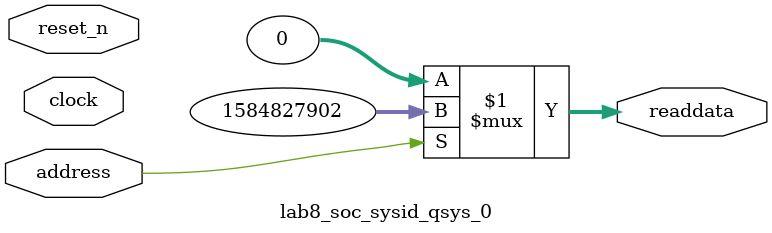
<source format=v>



// synthesis translate_off
`timescale 1ns / 1ps
// synthesis translate_on

// turn off superfluous verilog processor warnings 
// altera message_level Level1 
// altera message_off 10034 10035 10036 10037 10230 10240 10030 

module lab8_soc_sysid_qsys_0 (
               // inputs:
                address,
                clock,
                reset_n,

               // outputs:
                readdata
             )
;

  output  [ 31: 0] readdata;
  input            address;
  input            clock;
  input            reset_n;

  wire    [ 31: 0] readdata;
  //control_slave, which is an e_avalon_slave
  assign readdata = address ? 1584827902 : 0;

endmodule



</source>
